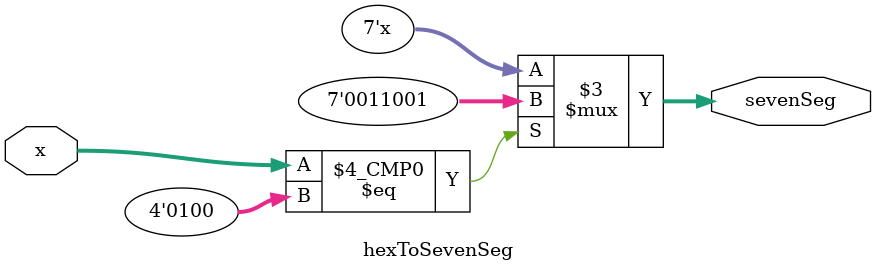
<source format=v>
module hexToSevenSeg(x, sevenSeg);

    output reg [6:0] sevenSeg;
    input [3:0] x;
	
    //------------------------------------------------
    // You will need to fill in the missing 15 rows
    //------------------------------------------------

    always @(x)
        case (x)
 
            4'b0100: sevenSeg = 7'b0011001;

        endcase
endmodule

</source>
